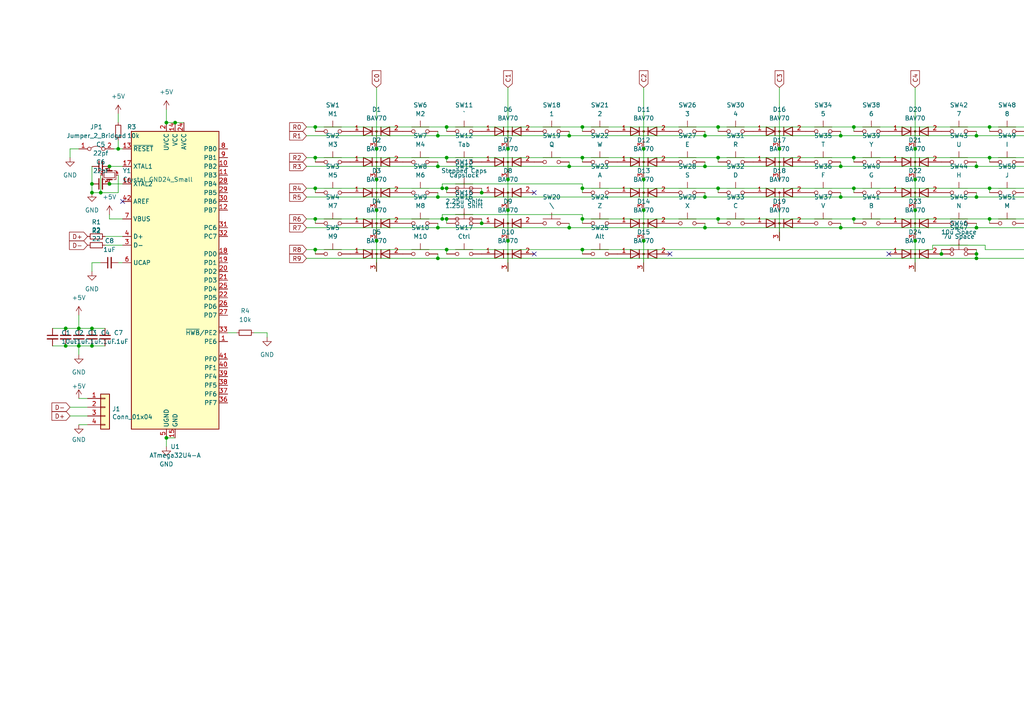
<source format=kicad_sch>
(kicad_sch (version 20210621) (generator eeschema)
  (paper "A4")
  (junction (at 19.05 95.25) (diameter 0.9144))
  (junction (at 19.05 100.33) (diameter 0.9144))
  (junction (at 22.86 95.25) (diameter 0.9144))
  (junction (at 22.86 100.33) (diameter 0.9144))
  (junction (at 26.67 53.34) (diameter 0.9144))
  (junction (at 26.67 55.88) (diameter 0.9144))
  (junction (at 26.67 95.25) (diameter 0.9144))
  (junction (at 26.67 100.33) (diameter 0.9144))
  (junction (at 29.21 55.88) (diameter 0.9144))
  (junction (at 31.75 48.26) (diameter 0.9144))
  (junction (at 31.75 53.34) (diameter 0.9144))
  (junction (at 34.29 43.18) (diameter 0.9144))
  (junction (at 48.26 35.56) (diameter 0.9144))
  (junction (at 48.26 127) (diameter 0.9144))
  (junction (at 50.8 35.56) (diameter 0.9144))
  (junction (at 91.44 36.83) (diameter 0.9144))
  (junction (at 91.44 45.72) (diameter 0.9144))
  (junction (at 91.44 54.61) (diameter 0.9144))
  (junction (at 91.44 63.5) (diameter 0.9144))
  (junction (at 91.44 72.39) (diameter 0.9144))
  (junction (at 109.22 43.18) (diameter 0.9144))
  (junction (at 109.22 52.07) (diameter 0.9144))
  (junction (at 109.22 60.96) (diameter 0.9144))
  (junction (at 109.22 69.85) (diameter 0.9144))
  (junction (at 127 39.37) (diameter 0.9144))
  (junction (at 127 48.26) (diameter 0.9144))
  (junction (at 127 57.15) (diameter 0.9144))
  (junction (at 127 66.04) (diameter 0.9144))
  (junction (at 127 74.93) (diameter 0.9144))
  (junction (at 128.27 54.61) (diameter 0.9144))
  (junction (at 128.27 63.5) (diameter 0.9144))
  (junction (at 129.54 36.83) (diameter 0.9144))
  (junction (at 129.54 45.72) (diameter 0.9144))
  (junction (at 129.54 54.61) (diameter 0.9144))
  (junction (at 129.54 63.5) (diameter 0.9144))
  (junction (at 129.54 72.39) (diameter 0.9144))
  (junction (at 139.7 55.88) (diameter 0.9144))
  (junction (at 139.7 64.77) (diameter 0.9144))
  (junction (at 147.32 43.18) (diameter 0.9144))
  (junction (at 147.32 52.07) (diameter 0.9144))
  (junction (at 147.32 60.96) (diameter 0.9144))
  (junction (at 147.32 69.85) (diameter 0.9144))
  (junction (at 165.1 39.37) (diameter 0.9144))
  (junction (at 165.1 48.26) (diameter 0.9144))
  (junction (at 165.1 66.04) (diameter 0.9144))
  (junction (at 168.91 36.83) (diameter 0.9144))
  (junction (at 168.91 45.72) (diameter 0.9144))
  (junction (at 168.91 54.61) (diameter 0.9144))
  (junction (at 168.91 63.5) (diameter 0.9144))
  (junction (at 168.91 72.39) (diameter 0.9144))
  (junction (at 186.69 43.18) (diameter 0.9144))
  (junction (at 186.69 52.07) (diameter 0.9144))
  (junction (at 186.69 60.96) (diameter 0.9144))
  (junction (at 186.69 69.85) (diameter 0.9144))
  (junction (at 204.47 39.37) (diameter 0.9144))
  (junction (at 204.47 48.26) (diameter 0.9144))
  (junction (at 204.47 57.15) (diameter 0.9144))
  (junction (at 204.47 66.04) (diameter 0.9144))
  (junction (at 208.28 36.83) (diameter 0.9144))
  (junction (at 208.28 45.72) (diameter 0.9144))
  (junction (at 208.28 54.61) (diameter 0.9144))
  (junction (at 208.28 63.5) (diameter 0.9144))
  (junction (at 226.06 43.18) (diameter 0.9144))
  (junction (at 243.84 39.37) (diameter 0.9144))
  (junction (at 243.84 48.26) (diameter 0.9144))
  (junction (at 243.84 57.15) (diameter 0.9144))
  (junction (at 243.84 66.04) (diameter 0.9144))
  (junction (at 247.65 36.83) (diameter 0.9144))
  (junction (at 247.65 45.72) (diameter 0.9144))
  (junction (at 247.65 54.61) (diameter 0.9144))
  (junction (at 247.65 63.5) (diameter 0.9144))
  (junction (at 265.43 43.18) (diameter 0.9144))
  (junction (at 265.43 52.07) (diameter 0.9144))
  (junction (at 265.43 60.96) (diameter 0.9144))
  (junction (at 265.43 69.85) (diameter 0.9144))
  (junction (at 273.05 73.66) (diameter 0.9144))
  (junction (at 283.21 39.37) (diameter 0.9144))
  (junction (at 283.21 48.26) (diameter 0.9144))
  (junction (at 283.21 57.15) (diameter 0.9144))
  (junction (at 283.21 66.04) (diameter 0.9144))
  (junction (at 283.21 73.66) (diameter 0.9144))
  (junction (at 283.21 74.93) (diameter 0.9144))
  (junction (at 287.02 36.83) (diameter 0.9144))
  (junction (at 287.02 45.72) (diameter 0.9144))
  (junction (at 287.02 54.61) (diameter 0.9144))
  (junction (at 287.02 63.5) (diameter 0.9144))
  (junction (at 304.8 43.18) (diameter 0.9144))
  (junction (at 304.8 52.07) (diameter 0.9144))
  (junction (at 322.58 39.37) (diameter 0.9144))
  (junction (at 322.58 48.26) (diameter 0.9144))
  (junction (at 322.58 57.15) (diameter 0.9144))
  (junction (at 322.58 66.04) (diameter 0.9144))
  (junction (at 326.39 36.83) (diameter 0.9144))
  (junction (at 326.39 45.72) (diameter 0.9144))
  (junction (at 326.39 54.61) (diameter 0.9144))
  (junction (at 326.39 63.5) (diameter 0.9144))
  (junction (at 344.17 43.18) (diameter 0.9144))
  (junction (at 344.17 52.07) (diameter 0.9144))
  (junction (at 344.17 60.96) (diameter 0.9144))
  (junction (at 344.17 69.85) (diameter 0.9144))
  (junction (at 361.95 39.37) (diameter 0.9144))
  (junction (at 361.95 48.26) (diameter 0.9144))
  (junction (at 361.95 74.93) (diameter 0.9144))
  (junction (at 365.76 36.83) (diameter 0.9144))
  (junction (at 365.76 45.72) (diameter 0.9144))
  (junction (at 365.76 54.61) (diameter 0.9144))
  (junction (at 365.76 63.5) (diameter 0.9144))
  (junction (at 375.92 63.5) (diameter 0.9144))
  (junction (at 375.92 64.77) (diameter 0.9144))
  (junction (at 383.54 43.18) (diameter 0.9144))
  (junction (at 383.54 52.07) (diameter 0.9144))
  (junction (at 383.54 60.96) (diameter 0.9144))
  (junction (at 401.32 39.37) (diameter 0.9144))
  (junction (at 405.13 36.83) (diameter 0.9144))
  (junction (at 405.13 45.72) (diameter 0.9144))
  (junction (at 405.13 63.5) (diameter 0.9144))
  (junction (at 405.13 72.39) (diameter 0.9144))
  (junction (at 415.29 38.1) (diameter 0.9144))
  (junction (at 422.91 43.18) (diameter 0.9144))
  (junction (at 422.91 52.07) (diameter 0.9144))
  (junction (at 422.91 60.96) (diameter 0.9144))
  (junction (at 422.91 69.85) (diameter 0.9144))
  (junction (at 440.69 39.37) (diameter 0.9144))
  (junction (at 440.69 48.26) (diameter 0.9144))
  (junction (at 440.69 74.93) (diameter 0.9144))
  (junction (at 462.28 43.18) (diameter 0.9144))
  (junction (at 462.28 52.07) (diameter 0.9144))
  (junction (at 462.28 69.85) (diameter 0.9144))
  (no_connect (at 35.56 58.42))
  (no_connect (at 154.94 55.88))
  (no_connect (at 154.94 73.66))
  (no_connect (at 194.31 73.66))
  (no_connect (at 257.81 73.66))
  (no_connect (at 336.55 73.66))
  (no_connect (at 391.16 46.99))
  (no_connect (at 391.16 55.88))
  (no_connect (at 391.16 64.77))
  (no_connect (at 430.53 55.88))
  (no_connect (at 430.53 64.77))
  (no_connect (at 469.9 64.77))
  (wire (pts (xy 15.24 100.33) (xy 19.05 100.33)))
  (wire (pts (xy 19.05 95.25) (xy 15.24 95.25)))
  (wire (pts (xy 19.05 100.33) (xy 22.86 100.33)))
  (wire (pts (xy 20.32 43.18) (xy 22.86 43.18)))
  (wire (pts (xy 20.32 45.72) (xy 20.32 43.18)))
  (wire (pts (xy 20.32 118.11) (xy 25.4 118.11)))
  (wire (pts (xy 20.32 120.65) (xy 25.4 120.65)))
  (wire (pts (xy 22.86 91.44) (xy 22.86 95.25)))
  (wire (pts (xy 22.86 95.25) (xy 19.05 95.25)))
  (wire (pts (xy 22.86 95.25) (xy 26.67 95.25)))
  (wire (pts (xy 22.86 100.33) (xy 22.86 102.87)))
  (wire (pts (xy 22.86 100.33) (xy 26.67 100.33)))
  (wire (pts (xy 22.86 115.57) (xy 25.4 115.57)))
  (wire (pts (xy 22.86 123.19) (xy 25.4 123.19)))
  (wire (pts (xy 26.67 48.26) (xy 26.67 53.34)))
  (wire (pts (xy 26.67 53.34) (xy 26.67 55.88)))
  (wire (pts (xy 26.67 76.2) (xy 29.21 76.2)))
  (wire (pts (xy 26.67 78.74) (xy 26.67 76.2)))
  (wire (pts (xy 26.67 95.25) (xy 30.48 95.25)))
  (wire (pts (xy 26.67 100.33) (xy 30.48 100.33)))
  (wire (pts (xy 29.21 50.8) (xy 29.21 55.88)))
  (wire (pts (xy 29.21 55.88) (xy 26.67 55.88)))
  (wire (pts (xy 30.48 68.58) (xy 35.56 68.58)))
  (wire (pts (xy 30.48 71.12) (xy 35.56 71.12)))
  (wire (pts (xy 31.75 48.26) (xy 35.56 48.26)))
  (wire (pts (xy 31.75 53.34) (xy 35.56 53.34)))
  (wire (pts (xy 31.75 62.23) (xy 31.75 63.5)))
  (wire (pts (xy 31.75 63.5) (xy 35.56 63.5)))
  (wire (pts (xy 33.02 43.18) (xy 34.29 43.18)))
  (wire (pts (xy 34.29 33.02) (xy 34.29 35.56)))
  (wire (pts (xy 34.29 40.64) (xy 34.29 43.18)))
  (wire (pts (xy 34.29 43.18) (xy 35.56 43.18)))
  (wire (pts (xy 34.29 50.8) (xy 34.29 55.88)))
  (wire (pts (xy 34.29 55.88) (xy 29.21 55.88)))
  (wire (pts (xy 34.29 76.2) (xy 35.56 76.2)))
  (wire (pts (xy 48.26 31.75) (xy 48.26 35.56)))
  (wire (pts (xy 48.26 35.56) (xy 50.8 35.56)))
  (wire (pts (xy 48.26 127) (xy 50.8 127)))
  (wire (pts (xy 48.26 129.54) (xy 48.26 127)))
  (wire (pts (xy 50.8 35.56) (xy 53.34 35.56)))
  (wire (pts (xy 66.04 96.52) (xy 68.58 96.52)))
  (wire (pts (xy 77.47 96.52) (xy 73.66 96.52)))
  (wire (pts (xy 77.47 97.79) (xy 77.47 96.52)))
  (wire (pts (xy 88.9 36.83) (xy 91.44 36.83)))
  (wire (pts (xy 88.9 39.37) (xy 127 39.37)))
  (wire (pts (xy 88.9 45.72) (xy 91.44 45.72)))
  (wire (pts (xy 88.9 48.26) (xy 127 48.26)))
  (wire (pts (xy 88.9 54.61) (xy 91.44 54.61)))
  (wire (pts (xy 88.9 57.15) (xy 127 57.15)))
  (wire (pts (xy 88.9 63.5) (xy 91.44 63.5)))
  (wire (pts (xy 88.9 66.04) (xy 127 66.04)))
  (wire (pts (xy 88.9 72.39) (xy 91.44 72.39)))
  (wire (pts (xy 88.9 74.93) (xy 127 74.93)))
  (wire (pts (xy 91.44 36.83) (xy 91.44 38.1)))
  (wire (pts (xy 91.44 36.83) (xy 129.54 36.83)))
  (wire (pts (xy 91.44 45.72) (xy 91.44 46.99)))
  (wire (pts (xy 91.44 45.72) (xy 129.54 45.72)))
  (wire (pts (xy 91.44 54.61) (xy 91.44 55.88)))
  (wire (pts (xy 91.44 54.61) (xy 128.27 54.61)))
  (wire (pts (xy 91.44 63.5) (xy 91.44 64.77)))
  (wire (pts (xy 91.44 63.5) (xy 128.27 63.5)))
  (wire (pts (xy 91.44 72.39) (xy 91.44 73.66)))
  (wire (pts (xy 91.44 72.39) (xy 129.54 72.39)))
  (wire (pts (xy 109.22 25.4) (xy 109.22 43.18)))
  (wire (pts (xy 109.22 43.18) (xy 109.22 52.07)))
  (wire (pts (xy 109.22 52.07) (xy 109.22 60.96)))
  (wire (pts (xy 109.22 60.96) (xy 109.22 69.85)))
  (wire (pts (xy 109.22 69.85) (xy 109.22 78.74)))
  (wire (pts (xy 127 38.1) (xy 127 39.37)))
  (wire (pts (xy 127 39.37) (xy 165.1 39.37)))
  (wire (pts (xy 127 48.26) (xy 127 46.99)))
  (wire (pts (xy 127 48.26) (xy 165.1 48.26)))
  (wire (pts (xy 127 57.15) (xy 127 55.88)))
  (wire (pts (xy 127 57.15) (xy 204.47 57.15)))
  (wire (pts (xy 127 66.04) (xy 127 64.77)))
  (wire (pts (xy 127 66.04) (xy 165.1 66.04)))
  (wire (pts (xy 127 74.93) (xy 127 73.66)))
  (wire (pts (xy 127 74.93) (xy 283.21 74.93)))
  (wire (pts (xy 128.27 53.34) (xy 168.91 53.34)))
  (wire (pts (xy 128.27 54.61) (xy 128.27 53.34)))
  (wire (pts (xy 128.27 54.61) (xy 129.54 54.61)))
  (wire (pts (xy 128.27 62.23) (xy 168.91 62.23)))
  (wire (pts (xy 128.27 63.5) (xy 128.27 62.23)))
  (wire (pts (xy 128.27 63.5) (xy 129.54 63.5)))
  (wire (pts (xy 129.54 36.83) (xy 129.54 38.1)))
  (wire (pts (xy 129.54 36.83) (xy 168.91 36.83)))
  (wire (pts (xy 129.54 45.72) (xy 129.54 46.99)))
  (wire (pts (xy 129.54 45.72) (xy 168.91 45.72)))
  (wire (pts (xy 129.54 54.61) (xy 129.54 55.88)))
  (wire (pts (xy 129.54 63.5) (xy 129.54 64.77)))
  (wire (pts (xy 129.54 72.39) (xy 129.54 73.66)))
  (wire (pts (xy 129.54 72.39) (xy 168.91 72.39)))
  (wire (pts (xy 139.7 54.61) (xy 139.7 55.88)))
  (wire (pts (xy 139.7 63.5) (xy 139.7 64.77)))
  (wire (pts (xy 147.32 25.4) (xy 147.32 43.18)))
  (wire (pts (xy 147.32 43.18) (xy 147.32 52.07)))
  (wire (pts (xy 147.32 52.07) (xy 147.32 60.96)))
  (wire (pts (xy 147.32 60.96) (xy 147.32 69.85)))
  (wire (pts (xy 147.32 69.85) (xy 147.32 78.74)))
  (wire (pts (xy 165.1 39.37) (xy 165.1 38.1)))
  (wire (pts (xy 165.1 39.37) (xy 204.47 39.37)))
  (wire (pts (xy 165.1 48.26) (xy 165.1 46.99)))
  (wire (pts (xy 165.1 48.26) (xy 204.47 48.26)))
  (wire (pts (xy 165.1 64.77) (xy 165.1 66.04)))
  (wire (pts (xy 165.1 66.04) (xy 204.47 66.04)))
  (wire (pts (xy 168.91 36.83) (xy 168.91 38.1)))
  (wire (pts (xy 168.91 36.83) (xy 208.28 36.83)))
  (wire (pts (xy 168.91 45.72) (xy 168.91 46.99)))
  (wire (pts (xy 168.91 45.72) (xy 208.28 45.72)))
  (wire (pts (xy 168.91 53.34) (xy 168.91 54.61)))
  (wire (pts (xy 168.91 54.61) (xy 168.91 55.88)))
  (wire (pts (xy 168.91 62.23) (xy 168.91 63.5)))
  (wire (pts (xy 168.91 63.5) (xy 168.91 64.77)))
  (wire (pts (xy 168.91 63.5) (xy 208.28 63.5)))
  (wire (pts (xy 168.91 72.39) (xy 168.91 73.66)))
  (wire (pts (xy 168.91 72.39) (xy 270.51 72.39)))
  (wire (pts (xy 186.69 25.4) (xy 186.69 43.18)))
  (wire (pts (xy 186.69 43.18) (xy 186.69 52.07)))
  (wire (pts (xy 186.69 52.07) (xy 186.69 60.96)))
  (wire (pts (xy 186.69 60.96) (xy 186.69 69.85)))
  (wire (pts (xy 186.69 69.85) (xy 186.69 78.74)))
  (wire (pts (xy 204.47 39.37) (xy 204.47 38.1)))
  (wire (pts (xy 204.47 39.37) (xy 243.84 39.37)))
  (wire (pts (xy 204.47 48.26) (xy 204.47 46.99)))
  (wire (pts (xy 204.47 48.26) (xy 243.84 48.26)))
  (wire (pts (xy 204.47 57.15) (xy 204.47 55.88)))
  (wire (pts (xy 204.47 57.15) (xy 243.84 57.15)))
  (wire (pts (xy 204.47 66.04) (xy 204.47 64.77)))
  (wire (pts (xy 204.47 66.04) (xy 243.84 66.04)))
  (wire (pts (xy 208.28 36.83) (xy 208.28 38.1)))
  (wire (pts (xy 208.28 36.83) (xy 247.65 36.83)))
  (wire (pts (xy 208.28 45.72) (xy 208.28 46.99)))
  (wire (pts (xy 208.28 45.72) (xy 247.65 45.72)))
  (wire (pts (xy 208.28 54.61) (xy 168.91 54.61)))
  (wire (pts (xy 208.28 54.61) (xy 247.65 54.61)))
  (wire (pts (xy 208.28 55.88) (xy 208.28 54.61)))
  (wire (pts (xy 208.28 63.5) (xy 208.28 64.77)))
  (wire (pts (xy 208.28 63.5) (xy 247.65 63.5)))
  (wire (pts (xy 226.06 25.4) (xy 226.06 43.18)))
  (wire (pts (xy 226.06 43.18) (xy 226.06 52.07)))
  (wire (pts (xy 226.06 60.96) (xy 226.06 69.85)))
  (wire (pts (xy 243.84 39.37) (xy 243.84 38.1)))
  (wire (pts (xy 243.84 39.37) (xy 283.21 39.37)))
  (wire (pts (xy 243.84 48.26) (xy 243.84 46.99)))
  (wire (pts (xy 243.84 48.26) (xy 283.21 48.26)))
  (wire (pts (xy 243.84 57.15) (xy 243.84 55.88)))
  (wire (pts (xy 243.84 57.15) (xy 283.21 57.15)))
  (wire (pts (xy 243.84 66.04) (xy 243.84 64.77)))
  (wire (pts (xy 243.84 66.04) (xy 283.21 66.04)))
  (wire (pts (xy 247.65 36.83) (xy 247.65 38.1)))
  (wire (pts (xy 247.65 36.83) (xy 287.02 36.83)))
  (wire (pts (xy 247.65 45.72) (xy 247.65 46.99)))
  (wire (pts (xy 247.65 45.72) (xy 287.02 45.72)))
  (wire (pts (xy 247.65 54.61) (xy 247.65 55.88)))
  (wire (pts (xy 247.65 54.61) (xy 287.02 54.61)))
  (wire (pts (xy 247.65 63.5) (xy 247.65 64.77)))
  (wire (pts (xy 247.65 63.5) (xy 287.02 63.5)))
  (wire (pts (xy 265.43 25.4) (xy 265.43 43.18)))
  (wire (pts (xy 265.43 43.18) (xy 265.43 52.07)))
  (wire (pts (xy 265.43 52.07) (xy 265.43 60.96)))
  (wire (pts (xy 265.43 60.96) (xy 265.43 69.85)))
  (wire (pts (xy 265.43 69.85) (xy 265.43 78.74)))
  (wire (pts (xy 270.51 71.12) (xy 285.75 71.12)))
  (wire (pts (xy 270.51 72.39) (xy 270.51 71.12)))
  (wire (pts (xy 273.05 72.39) (xy 273.05 73.66)))
  (wire (pts (xy 283.21 39.37) (xy 283.21 38.1)))
  (wire (pts (xy 283.21 39.37) (xy 322.58 39.37)))
  (wire (pts (xy 283.21 48.26) (xy 283.21 46.99)))
  (wire (pts (xy 283.21 48.26) (xy 322.58 48.26)))
  (wire (pts (xy 283.21 57.15) (xy 283.21 55.88)))
  (wire (pts (xy 283.21 57.15) (xy 322.58 57.15)))
  (wire (pts (xy 283.21 66.04) (xy 283.21 64.77)))
  (wire (pts (xy 283.21 66.04) (xy 322.58 66.04)))
  (wire (pts (xy 283.21 72.39) (xy 283.21 73.66)))
  (wire (pts (xy 283.21 73.66) (xy 283.21 74.93)))
  (wire (pts (xy 283.21 74.93) (xy 361.95 74.93)))
  (wire (pts (xy 285.75 71.12) (xy 285.75 72.39)))
  (wire (pts (xy 285.75 72.39) (xy 405.13 72.39)))
  (wire (pts (xy 287.02 36.83) (xy 287.02 38.1)))
  (wire (pts (xy 287.02 45.72) (xy 287.02 46.99)))
  (wire (pts (xy 287.02 45.72) (xy 326.39 45.72)))
  (wire (pts (xy 287.02 54.61) (xy 287.02 55.88)))
  (wire (pts (xy 287.02 54.61) (xy 326.39 54.61)))
  (wire (pts (xy 287.02 63.5) (xy 287.02 64.77)))
  (wire (pts (xy 287.02 63.5) (xy 326.39 63.5)))
  (wire (pts (xy 304.8 25.4) (xy 304.8 43.18)))
  (wire (pts (xy 304.8 43.18) (xy 304.8 52.07)))
  (wire (pts (xy 304.8 52.07) (xy 304.8 60.96)))
  (wire (pts (xy 322.58 39.37) (xy 322.58 38.1)))
  (wire (pts (xy 322.58 39.37) (xy 361.95 39.37)))
  (wire (pts (xy 322.58 48.26) (xy 322.58 46.99)))
  (wire (pts (xy 322.58 48.26) (xy 361.95 48.26)))
  (wire (pts (xy 322.58 57.15) (xy 322.58 55.88)))
  (wire (pts (xy 322.58 57.15) (xy 361.95 57.15)))
  (wire (pts (xy 322.58 66.04) (xy 322.58 64.77)))
  (wire (pts (xy 322.58 66.04) (xy 361.95 66.04)))
  (wire (pts (xy 326.39 36.83) (xy 287.02 36.83)))
  (wire (pts (xy 326.39 36.83) (xy 365.76 36.83)))
  (wire (pts (xy 326.39 38.1) (xy 326.39 36.83)))
  (wire (pts (xy 326.39 45.72) (xy 326.39 46.99)))
  (wire (pts (xy 326.39 45.72) (xy 365.76 45.72)))
  (wire (pts (xy 326.39 54.61) (xy 326.39 55.88)))
  (wire (pts (xy 326.39 54.61) (xy 365.76 54.61)))
  (wire (pts (xy 326.39 63.5) (xy 326.39 64.77)))
  (wire (pts (xy 326.39 63.5) (xy 365.76 63.5)))
  (wire (pts (xy 344.17 25.4) (xy 344.17 43.18)))
  (wire (pts (xy 344.17 43.18) (xy 344.17 52.07)))
  (wire (pts (xy 344.17 52.07) (xy 344.17 60.96)))
  (wire (pts (xy 344.17 60.96) (xy 344.17 69.85)))
  (wire (pts (xy 344.17 69.85) (xy 344.17 78.74)))
  (wire (pts (xy 361.95 39.37) (xy 361.95 38.1)))
  (wire (pts (xy 361.95 39.37) (xy 401.32 39.37)))
  (wire (pts (xy 361.95 48.26) (xy 361.95 46.99)))
  (wire (pts (xy 361.95 48.26) (xy 440.69 48.26)))
  (wire (pts (xy 361.95 57.15) (xy 361.95 55.88)))
  (wire (pts (xy 361.95 66.04) (xy 361.95 64.77)))
  (wire (pts (xy 361.95 74.93) (xy 361.95 73.66)))
  (wire (pts (xy 361.95 74.93) (xy 440.69 74.93)))
  (wire (pts (xy 365.76 36.83) (xy 365.76 38.1)))
  (wire (pts (xy 365.76 36.83) (xy 405.13 36.83)))
  (wire (pts (xy 365.76 45.72) (xy 365.76 46.99)))
  (wire (pts (xy 365.76 45.72) (xy 405.13 45.72)))
  (wire (pts (xy 365.76 54.61) (xy 365.76 55.88)))
  (wire (pts (xy 365.76 54.61) (xy 405.13 54.61)))
  (wire (pts (xy 365.76 63.5) (xy 365.76 64.77)))
  (wire (pts (xy 375.92 63.5) (xy 375.92 64.77)))
  (wire (pts (xy 383.54 25.4) (xy 383.54 43.18)))
  (wire (pts (xy 383.54 43.18) (xy 383.54 52.07)))
  (wire (pts (xy 383.54 52.07) (xy 383.54 60.96)))
  (wire (pts (xy 383.54 60.96) (xy 383.54 69.85)))
  (wire (pts (xy 401.32 39.37) (xy 401.32 38.1)))
  (wire (pts (xy 401.32 39.37) (xy 440.69 39.37)))
  (wire (pts (xy 405.13 35.56) (xy 444.5 35.56)))
  (wire (pts (xy 405.13 36.83) (xy 405.13 35.56)))
  (wire (pts (xy 405.13 36.83) (xy 405.13 38.1)))
  (wire (pts (xy 405.13 45.72) (xy 405.13 46.99)))
  (wire (pts (xy 405.13 45.72) (xy 444.5 45.72)))
  (wire (pts (xy 405.13 54.61) (xy 405.13 55.88)))
  (wire (pts (xy 405.13 63.5) (xy 375.92 63.5)))
  (wire (pts (xy 405.13 63.5) (xy 444.5 63.5)))
  (wire (pts (xy 405.13 64.77) (xy 405.13 63.5)))
  (wire (pts (xy 405.13 72.39) (xy 405.13 73.66)))
  (wire (pts (xy 405.13 72.39) (xy 444.5 72.39)))
  (wire (pts (xy 415.29 36.83) (xy 415.29 38.1)))
  (wire (pts (xy 422.91 25.4) (xy 422.91 43.18)))
  (wire (pts (xy 422.91 43.18) (xy 422.91 52.07)))
  (wire (pts (xy 422.91 52.07) (xy 422.91 60.96)))
  (wire (pts (xy 422.91 60.96) (xy 422.91 69.85)))
  (wire (pts (xy 422.91 69.85) (xy 422.91 78.74)))
  (wire (pts (xy 440.69 39.37) (xy 440.69 38.1)))
  (wire (pts (xy 440.69 39.37) (xy 480.06 39.37)))
  (wire (pts (xy 440.69 48.26) (xy 440.69 46.99)))
  (wire (pts (xy 440.69 48.26) (xy 480.06 48.26)))
  (wire (pts (xy 440.69 74.93) (xy 440.69 73.66)))
  (wire (pts (xy 440.69 74.93) (xy 480.06 74.93)))
  (wire (pts (xy 444.5 35.56) (xy 444.5 38.1)))
  (wire (pts (xy 444.5 45.72) (xy 444.5 46.99)))
  (wire (pts (xy 444.5 63.5) (xy 444.5 64.77)))
  (wire (pts (xy 444.5 72.39) (xy 444.5 73.66)))
  (wire (pts (xy 462.28 25.4) (xy 462.28 43.18)))
  (wire (pts (xy 462.28 43.18) (xy 462.28 52.07)))
  (wire (pts (xy 462.28 52.07) (xy 462.28 69.85)))
  (wire (pts (xy 462.28 69.85) (xy 462.28 78.74)))
  (wire (pts (xy 480.06 39.37) (xy 480.06 38.1)))
  (wire (pts (xy 480.06 48.26) (xy 480.06 46.99)))
  (wire (pts (xy 480.06 74.93) (xy 480.06 73.66)))
  (global_label "D-" (shape input) (at 20.32 118.11 180) (property "Intersheet References" "${INTERSHEET_REFS}" (effects hide)))
  (global_label "D+" (shape input) (at 20.32 120.65 180) (property "Intersheet References" "${INTERSHEET_REFS}" (effects hide)))
  (global_label "D+" (shape input) (at 25.4 68.58 180) (property "Intersheet References" "${INTERSHEET_REFS}" (effects hide)))
  (global_label "D-" (shape input) (at 25.4 71.12 180) (property "Intersheet References" "${INTERSHEET_REFS}" (effects hide)))
  (global_label "R0" (shape input) (at 88.9 36.83 180) (property "Intersheet References" "${INTERSHEET_REFS}" (effects hide)))
  (global_label "R1" (shape input) (at 88.9 39.37 180) (property "Intersheet References" "${INTERSHEET_REFS}" (effects hide)))
  (global_label "R2" (shape input) (at 88.9 45.72 180) (property "Intersheet References" "${INTERSHEET_REFS}" (effects hide)))
  (global_label "R3" (shape input) (at 88.9 48.26 180) (property "Intersheet References" "${INTERSHEET_REFS}" (effects hide)))
  (global_label "R4" (shape input) (at 88.9 54.61 180) (property "Intersheet References" "${INTERSHEET_REFS}" (effects hide)))
  (global_label "R5" (shape input) (at 88.9 57.15 180) (property "Intersheet References" "${INTERSHEET_REFS}" (effects hide)))
  (global_label "R6" (shape input) (at 88.9 63.5 180) (property "Intersheet References" "${INTERSHEET_REFS}" (effects hide)))
  (global_label "R7" (shape input) (at 88.9 66.04 180) (property "Intersheet References" "${INTERSHEET_REFS}" (effects hide)))
  (global_label "R8" (shape input) (at 88.9 72.39 180) (property "Intersheet References" "${INTERSHEET_REFS}" (effects hide)))
  (global_label "R9" (shape input) (at 88.9 74.93 180) (property "Intersheet References" "${INTERSHEET_REFS}" (effects hide)))
  (global_label "C0" (shape input) (at 109.22 25.4 90) (property "Intersheet References" "${INTERSHEET_REFS}" (effects hide)))
  (global_label "C1" (shape input) (at 147.32 25.4 90) (property "Intersheet References" "${INTERSHEET_REFS}" (effects hide)))
  (global_label "C2" (shape input) (at 186.69 25.4 90) (property "Intersheet References" "${INTERSHEET_REFS}" (effects hide)))
  (global_label "C3" (shape input) (at 226.06 25.4 90) (property "Intersheet References" "${INTERSHEET_REFS}" (effects hide)))
  (global_label "C4" (shape input) (at 265.43 25.4 90) (property "Intersheet References" "${INTERSHEET_REFS}" (effects hide)))
  (global_label "C5" (shape input) (at 304.8 25.4 90) (property "Intersheet References" "${INTERSHEET_REFS}" (effects hide)))
  (global_label "C6" (shape input) (at 344.17 25.4 90) (property "Intersheet References" "${INTERSHEET_REFS}" (effects hide)))
  (global_label "C7" (shape input) (at 383.54 25.4 90) (property "Intersheet References" "${INTERSHEET_REFS}" (effects hide)))
  (global_label "C8" (shape input) (at 422.91 25.4 90) (property "Intersheet References" "${INTERSHEET_REFS}" (effects hide)))
  (global_label "C9" (shape input) (at 462.28 25.4 90) (property "Intersheet References" "${INTERSHEET_REFS}" (effects hide)))
  (symbol (lib_id "power:+5V") (at 22.86 91.44 0) (unit 1)
    (property "Reference" "#PWR0107" (effects hide))
    (property "Value" "+5V" (at 22.86 86.36 0))
  )
  (symbol (lib_id "power:+5V") (at 22.86 115.57 0) (unit 1)
    (property "Reference" "#PWR0112" (effects hide))
    (property "Value" "+5V" (at 22.86 112.0226 0))
  )
  (symbol (lib_id "power:+5V") (at 31.75 62.23 0) (unit 1)
    (property "Reference" "#PWR0104" (effects hide))
    (property "Value" "+5V" (at 31.75 57.15 0))
  )
  (symbol (lib_id "power:+5V") (at 34.29 33.02 0) (unit 1)
    (property "Reference" "#PWR0102" (effects hide))
    (property "Value" "+5V" (at 34.29 27.94 0))
  )
  (symbol (lib_id "power:+5V") (at 48.26 31.75 0) (unit 1)
    (property "Reference" "#PWR0101" (effects hide))
    (property "Value" "+5V" (at 48.26 26.67 0))
  )
  (symbol (lib_id "power:GND") (at 20.32 45.72 0) (unit 1)
    (property "Reference" "#PWR0103" (effects hide))
    (property "Value" "GND" (at 20.32 50.8 0))
  )
  (symbol (lib_id "power:GND") (at 22.86 102.87 0) (unit 1)
    (property "Reference" "#PWR0110" (effects hide))
    (property "Value" "GND" (at 22.86 107.95 0))
  )
  (symbol (lib_id "power:GND") (at 22.86 123.19 0) (unit 1)
    (property "Reference" "#PWR0111" (effects hide))
    (property "Value" "GND" (at 22.86 127.5144 0))
  )
  (symbol (lib_id "power:GND") (at 26.67 55.88 0) (unit 1)
    (property "Reference" "#PWR0105" (effects hide))
    (property "Value" "GND" (at 26.67 60.96 0))
  )
  (symbol (lib_id "power:GND") (at 26.67 78.74 0) (unit 1)
    (property "Reference" "#PWR0106" (effects hide))
    (property "Value" "GND" (at 26.67 83.82 0))
  )
  (symbol (lib_id "power:GND") (at 48.26 129.54 0) (unit 1)
    (property "Reference" "#PWR0109" (effects hide))
    (property "Value" "GND" (at 48.26 134.62 0))
  )
  (symbol (lib_id "power:GND") (at 77.47 97.79 0) (unit 1)
    (property "Reference" "#PWR0108" (effects hide))
    (property "Value" "GND" (at 77.47 102.87 0))
  )
  (symbol (lib_id "Device:R_Small") (at 27.94 68.58 90) (unit 1)
    (property "Reference" "R1" (at 27.94 64.4102 90))
    (property "Value" "22" (at 27.94 66.7089 90))
    (property "Footprint" "keeb:R_0805_2012Metric" (effects hide))
  )
  (symbol (lib_id "Device:R_Small") (at 27.94 71.12 90) (unit 1)
    (property "Reference" "R2" (at 27.94 66.9502 90))
    (property "Value" "22" (at 27.94 69.2489 90))
    (property "Footprint" "keeb:R_0805_2012Metric" (effects hide))
  )
  (symbol (lib_id "Device:R_Small") (at 34.29 38.1 0) (unit 1)
    (property "Reference" "R3" (at 36.83 36.8299 0) (effects (justify left)))
    (property "Value" "10k" (at 36.83 39.3699 0) (effects (justify left)))
  )
  (symbol (lib_id "Device:R_Small") (at 71.12 96.52 90) (unit 1)
    (property "Reference" "R4" (at 71.12 90.17 90))
    (property "Value" "10k" (at 71.12 92.71 90))
  )
  (symbol (lib_id "Jumper:Jumper_2_Bridged") (at 27.94 43.18 0) (unit 1)
    (property "Reference" "JP1" (at 27.94 36.83 0))
    (property "Value" "Jumper_2_Bridged" (at 27.94 39.37 0))
  )
  (symbol (lib_id "Device:C_Small") (at 15.24 97.79 0) (unit 1)
    (property "Reference" "C1" (at 17.78 96.5199 0) (effects (justify left)))
    (property "Value" "10uF" (at 17.78 99.0599 0) (effects (justify left)))
    (property "Footprint" "keeb:C_0805_2012Metric" (effects hide))
  )
  (symbol (lib_id "Device:C_Small") (at 19.05 97.79 0) (unit 1)
    (property "Reference" "C2" (at 21.59 96.5199 0) (effects (justify left)))
    (property "Value" ".1uF" (at 21.59 99.0599 0) (effects (justify left)))
    (property "Footprint" "keeb:C_0805_2012Metric" (effects hide))
  )
  (symbol (lib_id "Device:C_Small") (at 22.86 97.79 0) (unit 1)
    (property "Reference" "C3" (at 25.4 96.5199 0) (effects (justify left)))
    (property "Value" ".1uF" (at 25.4 99.0599 0) (effects (justify left)))
    (property "Footprint" "keeb:C_0805_2012Metric" (effects hide))
  )
  (symbol (lib_id "Device:C_Small") (at 26.67 97.79 0) (unit 1)
    (property "Reference" "C4" (at 29.21 96.5199 0) (effects (justify left)))
    (property "Value" ".1uF" (at 29.21 99.0599 0) (effects (justify left)))
    (property "Footprint" "keeb:C_0805_2012Metric" (effects hide))
  )
  (symbol (lib_id "Device:C_Small") (at 29.21 48.26 90) (unit 1)
    (property "Reference" "C5" (at 29.21 41.91 90))
    (property "Value" "22pf" (at 29.21 44.45 90))
  )
  (symbol (lib_id "Device:C_Small") (at 29.21 53.34 90) (unit 1)
    (property "Reference" "C6" (at 29.21 46.99 90))
    (property "Value" "22pf" (at 29.21 49.53 90))
  )
  (symbol (lib_id "Device:C_Small") (at 30.48 97.79 0) (unit 1)
    (property "Reference" "C7" (at 33.02 96.5199 0) (effects (justify left)))
    (property "Value" ".1uF" (at 33.02 99.0599 0) (effects (justify left)))
    (property "Footprint" "keeb:C_0805_2012Metric" (effects hide))
  )
  (symbol (lib_id "Device:C_Small") (at 31.75 76.2 90) (unit 1)
    (property "Reference" "C8" (at 31.75 69.85 90))
    (property "Value" "1uF" (at 31.75 72.39 90))
  )
  (symbol (lib_id "Device:Crystal_GND24_Small") (at 31.75 50.8 270) (unit 1)
    (property "Reference" "Y1" (at 35.56 49.5299 90) (effects (justify left)))
    (property "Value" "Crystal_GND24_Small" (at 35.56 52.0699 90) (effects (justify left)))
  )
  (symbol (lib_id "Switch:SW_Push") (at 96.52 38.1 0) (unit 1)
    (property "Reference" "SW1" (at 96.52 30.48 0))
    (property "Value" "M1" (at 96.52 33.02 0))
  )
  (symbol (lib_id "Switch:SW_Push") (at 96.52 46.99 0) (unit 1)
    (property "Reference" "SW2" (at 96.52 39.37 0))
    (property "Value" "M3" (at 96.52 41.91 0))
  )
  (symbol (lib_id "Switch:SW_Push") (at 96.52 55.88 0) (unit 1)
    (property "Reference" "SW3" (at 96.52 48.26 0))
    (property "Value" "M5" (at 96.52 50.8 0))
  )
  (symbol (lib_id "Switch:SW_Push") (at 96.52 64.77 0) (unit 1)
    (property "Reference" "SW4" (at 96.52 57.15 0))
    (property "Value" "M7" (at 96.52 59.69 0))
  )
  (symbol (lib_id "Switch:SW_Push") (at 96.52 73.66 0) (unit 1)
    (property "Reference" "SW5" (at 96.52 66.04 0))
    (property "Value" "M9" (at 96.52 68.58 0))
  )
  (symbol (lib_id "Switch:SW_Push") (at 121.92 38.1 0) (unit 1)
    (property "Reference" "SW6" (at 121.92 30.48 0))
    (property "Value" "M2" (at 121.92 33.02 0))
  )
  (symbol (lib_id "Switch:SW_Push") (at 121.92 46.99 0) (unit 1)
    (property "Reference" "SW7" (at 121.92 39.37 0))
    (property "Value" "M4" (at 121.92 41.91 0))
  )
  (symbol (lib_id "Switch:SW_Push") (at 121.92 55.88 0) (unit 1)
    (property "Reference" "SW8" (at 121.92 48.26 0))
    (property "Value" "M6" (at 121.92 50.8 0))
  )
  (symbol (lib_id "Switch:SW_Push") (at 121.92 64.77 0) (unit 1)
    (property "Reference" "SW9" (at 121.92 57.15 0))
    (property "Value" "M8" (at 121.92 59.69 0))
  )
  (symbol (lib_id "Switch:SW_Push") (at 121.92 73.66 0) (unit 1)
    (property "Reference" "SW10" (at 121.92 66.04 0))
    (property "Value" "M10" (at 121.92 68.58 0))
  )
  (symbol (lib_id "Switch:SW_Push") (at 134.62 38.1 0) (unit 1)
    (property "Reference" "SW11" (at 134.62 30.48 0))
    (property "Value" "`" (at 134.62 33.02 0))
  )
  (symbol (lib_id "Switch:SW_Push") (at 134.62 46.99 0) (unit 1)
    (property "Reference" "SW12" (at 134.62 39.37 0))
    (property "Value" "Tab" (at 134.62 41.91 0))
  )
  (symbol (lib_id "Switch:SW_Push") (at 134.62 54.61 0) (unit 1)
    (property "Reference" "SW13" (at 134.62 46.99 0))
    (property "Value" "Stepped Caps" (at 134.62 49.53 0))
  )
  (symbol (lib_id "Switch:SW_Push") (at 134.62 55.88 0) (unit 1)
    (property "Reference" "SW14" (at 134.62 48.26 0))
    (property "Value" "Capslock" (at 134.62 50.8 0))
  )
  (symbol (lib_id "Switch:SW_Push") (at 134.62 63.5 0) (unit 1)
    (property "Reference" "SW15" (at 134.62 55.88 0))
    (property "Value" "2.25u Shift" (at 134.62 58.42 0))
  )
  (symbol (lib_id "Switch:SW_Push") (at 134.62 64.77 0) (unit 1)
    (property "Reference" "SW16" (at 134.62 57.15 0))
    (property "Value" "1.25u Shift" (at 134.62 59.69 0))
  )
  (symbol (lib_id "Switch:SW_Push") (at 134.62 73.66 0) (unit 1)
    (property "Reference" "SW17" (at 134.62 66.04 0))
    (property "Value" "Ctrl" (at 134.62 68.58 0))
  )
  (symbol (lib_id "Switch:SW_Push") (at 160.02 38.1 0) (unit 1)
    (property "Reference" "SW18" (at 160.02 30.48 0))
    (property "Value" "1" (at 160.02 33.02 0))
  )
  (symbol (lib_id "Switch:SW_Push") (at 160.02 46.99 0) (unit 1)
    (property "Reference" "SW19" (at 160.02 39.37 0))
    (property "Value" "Q" (at 160.02 41.91 0))
  )
  (symbol (lib_id "Switch:SW_Push") (at 160.02 64.77 0) (unit 1)
    (property "Reference" "SW20" (at 160.02 57.15 0))
    (property "Value" "{backslash}" (at 160.02 59.69 0))
  )
  (symbol (lib_id "Switch:SW_Push") (at 173.99 38.1 0) (unit 1)
    (property "Reference" "SW21" (at 173.99 30.48 0))
    (property "Value" "2" (at 173.99 33.02 0))
  )
  (symbol (lib_id "Switch:SW_Push") (at 173.99 46.99 0) (unit 1)
    (property "Reference" "SW22" (at 173.99 39.37 0))
    (property "Value" "W" (at 173.99 41.91 0))
  )
  (symbol (lib_id "Switch:SW_Push") (at 173.99 55.88 0) (unit 1)
    (property "Reference" "SW23" (at 173.99 48.26 0))
    (property "Value" "A" (at 173.99 50.8 0))
  )
  (symbol (lib_id "Switch:SW_Push") (at 173.99 64.77 0) (unit 1)
    (property "Reference" "SW24" (at 173.99 57.15 0))
    (property "Value" "Z" (at 173.99 59.69 0))
  )
  (symbol (lib_id "Switch:SW_Push") (at 173.99 73.66 0) (unit 1)
    (property "Reference" "SW25" (at 173.99 66.04 0))
    (property "Value" "Alt" (at 173.99 68.58 0))
  )
  (symbol (lib_id "Switch:SW_Push") (at 199.39 38.1 0) (unit 1)
    (property "Reference" "SW26" (at 199.39 30.48 0))
    (property "Value" "3" (at 199.39 33.02 0))
  )
  (symbol (lib_id "Switch:SW_Push") (at 199.39 46.99 0) (unit 1)
    (property "Reference" "SW27" (at 199.39 39.37 0))
    (property "Value" "E" (at 199.39 41.91 0))
  )
  (symbol (lib_id "Switch:SW_Push") (at 199.39 55.88 0) (unit 1)
    (property "Reference" "SW28" (at 199.39 48.26 0))
    (property "Value" "S" (at 199.39 50.8 0))
  )
  (symbol (lib_id "Switch:SW_Push") (at 199.39 64.77 0) (unit 1)
    (property "Reference" "SW29" (at 199.39 57.15 0))
    (property "Value" "X" (at 199.39 59.69 0))
  )
  (symbol (lib_id "Switch:SW_Push") (at 213.36 38.1 0) (unit 1)
    (property "Reference" "SW30" (at 213.36 30.48 0))
    (property "Value" "4" (at 213.36 33.02 0))
  )
  (symbol (lib_id "Switch:SW_Push") (at 213.36 46.99 0) (unit 1)
    (property "Reference" "SW31" (at 213.36 39.37 0))
    (property "Value" "R" (at 213.36 41.91 0))
  )
  (symbol (lib_id "Switch:SW_Push") (at 213.36 55.88 0) (unit 1)
    (property "Reference" "SW32" (at 213.36 48.26 0))
    (property "Value" "D" (at 213.36 50.8 0))
  )
  (symbol (lib_id "Switch:SW_Push") (at 213.36 64.77 0) (unit 1)
    (property "Reference" "SW33" (at 213.36 57.15 0))
    (property "Value" "C" (at 213.36 59.69 0))
  )
  (symbol (lib_id "Switch:SW_Push") (at 238.76 38.1 0) (unit 1)
    (property "Reference" "SW34" (at 238.76 30.48 0))
    (property "Value" "5" (at 238.76 33.02 0))
  )
  (symbol (lib_id "Switch:SW_Push") (at 238.76 46.99 0) (unit 1)
    (property "Reference" "SW35" (at 238.76 39.37 0))
    (property "Value" "T" (at 238.76 41.91 0))
  )
  (symbol (lib_id "Switch:SW_Push") (at 238.76 55.88 0) (unit 1)
    (property "Reference" "SW36" (at 238.76 48.26 0))
    (property "Value" "F" (at 238.76 50.8 0))
  )
  (symbol (lib_id "Switch:SW_Push") (at 238.76 64.77 0) (unit 1)
    (property "Reference" "SW37" (at 238.76 57.15 0))
    (property "Value" "V" (at 238.76 59.69 0))
  )
  (symbol (lib_id "Switch:SW_Push") (at 252.73 38.1 0) (unit 1)
    (property "Reference" "SW38" (at 252.73 30.48 0))
    (property "Value" "6" (at 252.73 33.02 0))
  )
  (symbol (lib_id "Switch:SW_Push") (at 252.73 46.99 0) (unit 1)
    (property "Reference" "SW39" (at 252.73 39.37 0))
    (property "Value" "Y" (at 252.73 41.91 0))
  )
  (symbol (lib_id "Switch:SW_Push") (at 252.73 55.88 0) (unit 1)
    (property "Reference" "SW40" (at 252.73 48.26 0))
    (property "Value" "G" (at 252.73 50.8 0))
  )
  (symbol (lib_id "Switch:SW_Push") (at 252.73 64.77 0) (unit 1)
    (property "Reference" "SW41" (at 252.73 57.15 0))
    (property "Value" "B" (at 252.73 59.69 0))
  )
  (symbol (lib_id "Switch:SW_Push") (at 278.13 38.1 0) (unit 1)
    (property "Reference" "SW42" (at 278.13 30.48 0))
    (property "Value" "7" (at 278.13 33.02 0))
  )
  (symbol (lib_id "Switch:SW_Push") (at 278.13 46.99 0) (mirror y) (unit 1)
    (property "Reference" "SW43" (at 278.13 39.37 0))
    (property "Value" "U" (at 278.13 41.91 0))
  )
  (symbol (lib_id "Switch:SW_Push") (at 278.13 55.88 0) (unit 1)
    (property "Reference" "SW44" (at 278.13 48.26 0))
    (property "Value" "H" (at 278.13 50.8 0))
  )
  (symbol (lib_id "Switch:SW_Push") (at 278.13 64.77 0) (unit 1)
    (property "Reference" "SW45" (at 278.13 57.15 0))
    (property "Value" "N" (at 278.13 59.69 0))
  )
  (symbol (lib_id "Switch:SW_Push") (at 278.13 72.39 0) (unit 1)
    (property "Reference" "SW46" (at 278.13 64.77 0))
    (property "Value" "10u Space" (at 278.13 67.31 0))
  )
  (symbol (lib_id "Switch:SW_Push") (at 278.13 73.66 0) (unit 1)
    (property "Reference" "SW47" (at 278.13 66.04 0))
    (property "Value" "7u Space" (at 278.13 68.58 0))
  )
  (symbol (lib_id "Switch:SW_Push") (at 292.1 38.1 0) (unit 1)
    (property "Reference" "SW48" (at 292.1 30.48 0))
    (property "Value" "8" (at 292.1 33.02 0))
  )
  (symbol (lib_id "Switch:SW_Push") (at 292.1 46.99 0) (unit 1)
    (property "Reference" "SW49" (at 292.1 39.37 0))
    (property "Value" "I" (at 292.1 41.91 0))
  )
  (symbol (lib_id "Switch:SW_Push") (at 292.1 55.88 0) (unit 1)
    (property "Reference" "SW50" (at 292.1 48.26 0))
    (property "Value" "J" (at 292.1 50.8 0))
  )
  (symbol (lib_id "Switch:SW_Push") (at 292.1 64.77 0) (unit 1)
    (property "Reference" "SW51" (at 292.1 57.15 0))
    (property "Value" "M" (at 292.1 59.69 0))
  )
  (symbol (lib_id "Switch:SW_Push") (at 317.5 38.1 0) (unit 1)
    (property "Reference" "SW52" (at 317.5 30.48 0))
    (property "Value" "9" (at 317.5 33.02 0))
  )
  (symbol (lib_id "Switch:SW_Push") (at 317.5 46.99 0) (unit 1)
    (property "Reference" "SW53" (at 317.5 39.37 0))
    (property "Value" "O" (at 317.5 41.91 0))
  )
  (symbol (lib_id "Switch:SW_Push") (at 317.5 55.88 0) (unit 1)
    (property "Reference" "SW54" (at 317.5 48.26 0))
    (property "Value" "K" (at 317.5 50.8 0))
  )
  (symbol (lib_id "Switch:SW_Push") (at 317.5 64.77 0) (unit 1)
    (property "Reference" "SW55" (at 317.5 57.15 0))
    (property "Value" "," (at 317.5 59.69 0))
  )
  (symbol (lib_id "Switch:SW_Push") (at 331.47 38.1 0) (unit 1)
    (property "Reference" "SW56" (at 331.47 30.48 0))
    (property "Value" "0" (at 331.47 33.02 0))
  )
  (symbol (lib_id "Switch:SW_Push") (at 331.47 46.99 0) (unit 1)
    (property "Reference" "SW57" (at 331.47 39.37 0))
    (property "Value" "P" (at 331.47 41.91 0))
  )
  (symbol (lib_id "Switch:SW_Push") (at 331.47 55.88 0) (unit 1)
    (property "Reference" "SW58" (at 331.47 48.26 0))
    (property "Value" "L" (at 331.47 50.8 0))
  )
  (symbol (lib_id "Switch:SW_Push") (at 331.47 64.77 0) (unit 1)
    (property "Reference" "SW59" (at 331.47 57.15 0))
    (property "Value" "." (at 331.47 59.69 0))
  )
  (symbol (lib_id "Switch:SW_Push") (at 356.87 38.1 0) (unit 1)
    (property "Reference" "SW60" (at 356.87 30.48 0))
    (property "Value" "-" (at 356.87 33.02 0))
  )
  (symbol (lib_id "Switch:SW_Push") (at 356.87 46.99 0) (unit 1)
    (property "Reference" "SW61" (at 356.87 39.37 0))
    (property "Value" "[" (at 356.87 41.91 0))
  )
  (symbol (lib_id "Switch:SW_Push") (at 356.87 55.88 0) (unit 1)
    (property "Reference" "SW62" (at 356.87 48.26 0))
    (property "Value" ";" (at 356.87 50.8 0))
  )
  (symbol (lib_id "Switch:SW_Push") (at 356.87 64.77 0) (unit 1)
    (property "Reference" "SW63" (at 356.87 57.15 0))
    (property "Value" "{slash}" (at 356.87 59.69 0))
  )
  (symbol (lib_id "Switch:SW_Push") (at 356.87 73.66 0) (unit 1)
    (property "Reference" "SW64" (at 356.87 66.04 0))
    (property "Value" "Alt" (at 356.87 68.58 0))
  )
  (symbol (lib_id "Switch:SW_Push") (at 370.84 38.1 0) (unit 1)
    (property "Reference" "SW65" (at 370.84 30.48 0))
    (property "Value" "=" (at 370.84 33.02 0))
  )
  (symbol (lib_id "Switch:SW_Push") (at 370.84 46.99 0) (unit 1)
    (property "Reference" "SW66" (at 370.84 39.37 0))
    (property "Value" "]" (at 370.84 41.91 0))
  )
  (symbol (lib_id "Switch:SW_Push") (at 370.84 55.88 0) (unit 1)
    (property "Reference" "SW67" (at 370.84 48.26 0))
    (property "Value" "'" (at 370.84 50.8 0))
  )
  (symbol (lib_id "Switch:SW_Push") (at 370.84 63.5 0) (unit 1)
    (property "Reference" "SW68" (at 370.84 55.88 0))
    (property "Value" "2.75u Shift" (at 370.84 58.42 0))
  )
  (symbol (lib_id "Switch:SW_Push") (at 370.84 64.77 0) (unit 1)
    (property "Reference" "SW69" (at 370.84 57.15 0))
    (property "Value" "1.75u Shift" (at 370.84 59.69 0))
  )
  (symbol (lib_id "Switch:SW_Push") (at 396.24 38.1 0) (unit 1)
    (property "Reference" "SW70" (at 396.24 30.48 0))
    (property "Value" "{backslash}" (at 396.24 33.02 0))
  )
  (symbol (lib_id "Switch:SW_Push") (at 410.21 36.83 0) (unit 1)
    (property "Reference" "SW71" (at 410.21 29.21 0))
    (property "Value" "2u Back" (at 410.21 31.75 0))
  )
  (symbol (lib_id "Switch:SW_Push") (at 410.21 38.1 0) (unit 1)
    (property "Reference" "SW72" (at 410.21 30.48 0))
    (property "Value" "1u Back" (at 410.21 33.02 0))
  )
  (symbol (lib_id "Switch:SW_Push") (at 410.21 46.99 0) (unit 1)
    (property "Reference" "SW73" (at 410.21 39.37 0))
    (property "Value" "{backslash}" (at 410.21 41.91 0))
  )
  (symbol (lib_id "Switch:SW_Push") (at 410.21 55.88 0) (unit 1)
    (property "Reference" "SW74" (at 410.21 48.26 0))
    (property "Value" "Enter" (at 410.21 50.8 0))
  )
  (symbol (lib_id "Switch:SW_Push") (at 410.21 64.77 0) (unit 1)
    (property "Reference" "SW75" (at 410.21 57.15 0))
    (property "Value" "Fn" (at 410.21 59.69 0))
  )
  (symbol (lib_id "Switch:SW_Push") (at 410.21 73.66 0) (unit 1)
    (property "Reference" "SW76" (at 410.21 66.04 0))
    (property "Value" "Ctrl" (at 410.21 68.58 0))
  )
  (symbol (lib_id "Switch:SW_Push") (at 435.61 38.1 0) (unit 1)
    (property "Reference" "SW77" (at 435.61 30.48 0))
    (property "Value" "Insert" (at 435.61 33.02 0))
  )
  (symbol (lib_id "Switch:SW_Push") (at 435.61 46.99 0) (unit 1)
    (property "Reference" "SW78" (at 435.61 39.37 0))
    (property "Value" "Delete" (at 435.61 41.91 0))
  )
  (symbol (lib_id "Switch:SW_Push") (at 435.61 73.66 0) (unit 1)
    (property "Reference" "SW79" (at 435.61 66.04 0))
    (property "Value" "Left" (at 435.61 68.58 0))
  )
  (symbol (lib_id "Switch:SW_Push") (at 449.58 38.1 0) (unit 1)
    (property "Reference" "SW80" (at 449.58 30.48 0))
    (property "Value" "Home" (at 449.58 33.02 0))
  )
  (symbol (lib_id "Switch:SW_Push") (at 449.58 46.99 0) (unit 1)
    (property "Reference" "SW81" (at 449.58 39.37 0))
    (property "Value" "End" (at 449.58 41.91 0))
  )
  (symbol (lib_id "Switch:SW_Push") (at 449.58 64.77 0) (unit 1)
    (property "Reference" "SW82" (at 449.58 57.15 0))
    (property "Value" "Up" (at 449.58 59.69 0))
  )
  (symbol (lib_id "Switch:SW_Push") (at 449.58 73.66 0) (unit 1)
    (property "Reference" "SW83" (at 449.58 66.04 0))
    (property "Value" "Down" (at 449.58 68.58 0))
  )
  (symbol (lib_id "Switch:SW_Push") (at 474.98 38.1 0) (unit 1)
    (property "Reference" "SW84" (at 474.98 30.48 0))
    (property "Value" "PgUp" (at 474.98 33.02 0))
  )
  (symbol (lib_id "Switch:SW_Push") (at 474.98 46.99 0) (unit 1)
    (property "Reference" "SW85" (at 474.98 39.37 0))
    (property "Value" "PgDn" (at 474.98 41.91 0))
  )
  (symbol (lib_id "Switch:SW_Push") (at 474.98 73.66 0) (unit 1)
    (property "Reference" "SW86" (at 474.98 66.04 0))
    (property "Value" "Right" (at 474.98 68.58 0))
  )
  (symbol (lib_id "Connector_Generic:Conn_01x04") (at 30.48 118.11 0) (unit 1)
    (property "Reference" "J1" (at 32.5121 118.6191 0) (effects (justify left)))
    (property "Value" "Conn_01x04" (at 32.5121 120.9178 0) (effects (justify left)))
    (property "Footprint" "keeb:JST-SR-4" (effects hide))
  )
  (symbol (lib_id "Diode:BAV70") (at 109.22 38.1 0) (unit 1)
    (property "Reference" "D1" (at 109.22 31.75 0))
    (property "Value" "BAV70" (at 109.22 34.29 0))
    (property "Footprint" "Package_TO_SOT_SMD:SOT-23" (effects hide))
    (property "Datasheet" "https://assets.nexperia.com/documents/data-sheet/BAV70_SER.pdf" (effects hide))
  )
  (symbol (lib_id "Diode:BAV70") (at 109.22 46.99 0) (unit 1)
    (property "Reference" "D2" (at 109.22 40.64 0))
    (property "Value" "BAV70" (at 109.22 43.18 0))
    (property "Footprint" "Package_TO_SOT_SMD:SOT-23" (effects hide))
    (property "Datasheet" "https://assets.nexperia.com/documents/data-sheet/BAV70_SER.pdf" (effects hide))
  )
  (symbol (lib_id "Diode:BAV70") (at 109.22 55.88 0) (unit 1)
    (property "Reference" "D3" (at 109.22 49.53 0))
    (property "Value" "BAV70" (at 109.22 52.07 0))
    (property "Footprint" "Package_TO_SOT_SMD:SOT-23" (effects hide))
    (property "Datasheet" "https://assets.nexperia.com/documents/data-sheet/BAV70_SER.pdf" (effects hide))
  )
  (symbol (lib_id "Diode:BAV70") (at 109.22 64.77 0) (unit 1)
    (property "Reference" "D4" (at 109.22 58.42 0))
    (property "Value" "BAV70" (at 109.22 60.96 0))
    (property "Footprint" "Package_TO_SOT_SMD:SOT-23" (effects hide))
    (property "Datasheet" "https://assets.nexperia.com/documents/data-sheet/BAV70_SER.pdf" (effects hide))
  )
  (symbol (lib_id "Diode:BAV70") (at 109.22 73.66 0) (unit 1)
    (property "Reference" "D5" (at 109.22 67.31 0))
    (property "Value" "BAV70" (at 109.22 69.85 0))
    (property "Footprint" "Package_TO_SOT_SMD:SOT-23" (effects hide))
    (property "Datasheet" "https://assets.nexperia.com/documents/data-sheet/BAV70_SER.pdf" (effects hide))
  )
  (symbol (lib_id "Diode:BAV70") (at 147.32 38.1 0) (unit 1)
    (property "Reference" "D6" (at 147.32 31.75 0))
    (property "Value" "BAV70" (at 147.32 34.29 0))
    (property "Footprint" "Package_TO_SOT_SMD:SOT-23" (effects hide))
    (property "Datasheet" "https://assets.nexperia.com/documents/data-sheet/BAV70_SER.pdf" (effects hide))
  )
  (symbol (lib_id "Diode:BAV70") (at 147.32 46.99 0) (unit 1)
    (property "Reference" "D7" (at 147.32 40.64 0))
    (property "Value" "BAV70" (at 147.32 43.18 0))
    (property "Footprint" "Package_TO_SOT_SMD:SOT-23" (effects hide))
    (property "Datasheet" "https://assets.nexperia.com/documents/data-sheet/BAV70_SER.pdf" (effects hide))
  )
  (symbol (lib_id "Diode:BAV70") (at 147.32 55.88 0) (unit 1)
    (property "Reference" "D8" (at 147.32 49.53 0))
    (property "Value" "BAV70" (at 147.32 52.07 0))
    (property "Footprint" "Package_TO_SOT_SMD:SOT-23" (effects hide))
    (property "Datasheet" "https://assets.nexperia.com/documents/data-sheet/BAV70_SER.pdf" (effects hide))
  )
  (symbol (lib_id "Diode:BAV70") (at 147.32 64.77 0) (unit 1)
    (property "Reference" "D9" (at 147.32 58.42 0))
    (property "Value" "BAV70" (at 147.32 60.96 0))
    (property "Footprint" "Package_TO_SOT_SMD:SOT-23" (effects hide))
    (property "Datasheet" "https://assets.nexperia.com/documents/data-sheet/BAV70_SER.pdf" (effects hide))
  )
  (symbol (lib_id "Diode:BAV70") (at 147.32 73.66 0) (unit 1)
    (property "Reference" "D10" (at 147.32 67.31 0))
    (property "Value" "BAV70" (at 147.32 69.85 0))
    (property "Footprint" "Package_TO_SOT_SMD:SOT-23" (effects hide))
    (property "Datasheet" "https://assets.nexperia.com/documents/data-sheet/BAV70_SER.pdf" (effects hide))
  )
  (symbol (lib_id "Diode:BAV70") (at 186.69 38.1 0) (unit 1)
    (property "Reference" "D11" (at 186.69 31.75 0))
    (property "Value" "BAV70" (at 186.69 34.29 0))
    (property "Footprint" "Package_TO_SOT_SMD:SOT-23" (effects hide))
    (property "Datasheet" "https://assets.nexperia.com/documents/data-sheet/BAV70_SER.pdf" (effects hide))
  )
  (symbol (lib_id "Diode:BAV70") (at 186.69 46.99 0) (unit 1)
    (property "Reference" "D12" (at 186.69 40.64 0))
    (property "Value" "BAV70" (at 186.69 43.18 0))
    (property "Footprint" "Package_TO_SOT_SMD:SOT-23" (effects hide))
    (property "Datasheet" "https://assets.nexperia.com/documents/data-sheet/BAV70_SER.pdf" (effects hide))
  )
  (symbol (lib_id "Diode:BAV70") (at 186.69 55.88 0) (unit 1)
    (property "Reference" "D13" (at 186.69 49.53 0))
    (property "Value" "BAV70" (at 186.69 52.07 0))
    (property "Footprint" "Package_TO_SOT_SMD:SOT-23" (effects hide))
    (property "Datasheet" "https://assets.nexperia.com/documents/data-sheet/BAV70_SER.pdf" (effects hide))
  )
  (symbol (lib_id "Diode:BAV70") (at 186.69 64.77 0) (unit 1)
    (property "Reference" "D14" (at 186.69 58.42 0))
    (property "Value" "BAV70" (at 186.69 60.96 0))
    (property "Footprint" "Package_TO_SOT_SMD:SOT-23" (effects hide))
    (property "Datasheet" "https://assets.nexperia.com/documents/data-sheet/BAV70_SER.pdf" (effects hide))
  )
  (symbol (lib_id "Diode:BAV70") (at 186.69 73.66 0) (unit 1)
    (property "Reference" "D15" (at 186.69 67.31 0))
    (property "Value" "BAV70" (at 186.69 69.85 0))
    (property "Footprint" "Package_TO_SOT_SMD:SOT-23" (effects hide))
    (property "Datasheet" "https://assets.nexperia.com/documents/data-sheet/BAV70_SER.pdf" (effects hide))
  )
  (symbol (lib_id "Diode:BAV70") (at 226.06 38.1 0) (unit 1)
    (property "Reference" "D16" (at 226.06 31.75 0))
    (property "Value" "BAV70" (at 226.06 34.29 0))
    (property "Footprint" "Package_TO_SOT_SMD:SOT-23" (effects hide))
    (property "Datasheet" "https://assets.nexperia.com/documents/data-sheet/BAV70_SER.pdf" (effects hide))
  )
  (symbol (lib_id "Diode:BAV70") (at 226.06 46.99 0) (unit 1)
    (property "Reference" "D17" (at 226.06 40.64 0))
    (property "Value" "BAV70" (at 226.06 43.18 0))
    (property "Footprint" "Package_TO_SOT_SMD:SOT-23" (effects hide))
    (property "Datasheet" "https://assets.nexperia.com/documents/data-sheet/BAV70_SER.pdf" (effects hide))
  )
  (symbol (lib_id "Diode:BAV70") (at 226.06 55.88 0) (unit 1)
    (property "Reference" "D18" (at 226.06 49.53 0))
    (property "Value" "BAV70" (at 226.06 52.07 0))
    (property "Footprint" "Package_TO_SOT_SMD:SOT-23" (effects hide))
    (property "Datasheet" "https://assets.nexperia.com/documents/data-sheet/BAV70_SER.pdf" (effects hide))
  )
  (symbol (lib_id "Diode:BAV70") (at 226.06 64.77 0) (unit 1)
    (property "Reference" "D19" (at 226.06 58.42 0))
    (property "Value" "BAV70" (at 226.06 60.96 0))
    (property "Footprint" "Package_TO_SOT_SMD:SOT-23" (effects hide))
    (property "Datasheet" "https://assets.nexperia.com/documents/data-sheet/BAV70_SER.pdf" (effects hide))
  )
  (symbol (lib_id "Diode:BAV70") (at 265.43 38.1 0) (unit 1)
    (property "Reference" "D20" (at 265.43 31.75 0))
    (property "Value" "BAV70" (at 265.43 34.29 0))
    (property "Footprint" "Package_TO_SOT_SMD:SOT-23" (effects hide))
    (property "Datasheet" "https://assets.nexperia.com/documents/data-sheet/BAV70_SER.pdf" (effects hide))
  )
  (symbol (lib_id "Diode:BAV70") (at 265.43 46.99 0) (unit 1)
    (property "Reference" "D21" (at 265.43 40.64 0))
    (property "Value" "BAV70" (at 265.43 43.18 0))
    (property "Footprint" "Package_TO_SOT_SMD:SOT-23" (effects hide))
    (property "Datasheet" "https://assets.nexperia.com/documents/data-sheet/BAV70_SER.pdf" (effects hide))
  )
  (symbol (lib_id "Diode:BAV70") (at 265.43 55.88 0) (unit 1)
    (property "Reference" "D22" (at 265.43 49.53 0))
    (property "Value" "BAV70" (at 265.43 52.07 0))
    (property "Footprint" "Package_TO_SOT_SMD:SOT-23" (effects hide))
    (property "Datasheet" "https://assets.nexperia.com/documents/data-sheet/BAV70_SER.pdf" (effects hide))
  )
  (symbol (lib_id "Diode:BAV70") (at 265.43 64.77 0) (unit 1)
    (property "Reference" "D23" (at 265.43 58.42 0))
    (property "Value" "BAV70" (at 265.43 60.96 0))
    (property "Footprint" "Package_TO_SOT_SMD:SOT-23" (effects hide))
    (property "Datasheet" "https://assets.nexperia.com/documents/data-sheet/BAV70_SER.pdf" (effects hide))
  )
  (symbol (lib_id "Diode:BAV70") (at 265.43 73.66 0) (unit 1)
    (property "Reference" "D24" (at 265.43 67.31 0))
    (property "Value" "BAV70" (at 265.43 69.85 0))
    (property "Footprint" "Package_TO_SOT_SMD:SOT-23" (effects hide))
    (property "Datasheet" "https://assets.nexperia.com/documents/data-sheet/BAV70_SER.pdf" (effects hide))
  )
  (symbol (lib_id "Diode:BAV70") (at 304.8 38.1 0) (unit 1)
    (property "Reference" "D25" (at 304.8 31.75 0))
    (property "Value" "BAV70" (at 304.8 34.29 0))
    (property "Footprint" "Package_TO_SOT_SMD:SOT-23" (effects hide))
    (property "Datasheet" "https://assets.nexperia.com/documents/data-sheet/BAV70_SER.pdf" (effects hide))
  )
  (symbol (lib_id "Diode:BAV70") (at 304.8 46.99 0) (unit 1)
    (property "Reference" "D26" (at 304.8 40.64 0))
    (property "Value" "BAV70" (at 304.8 43.18 0))
    (property "Footprint" "Package_TO_SOT_SMD:SOT-23" (effects hide))
    (property "Datasheet" "https://assets.nexperia.com/documents/data-sheet/BAV70_SER.pdf" (effects hide))
  )
  (symbol (lib_id "Diode:BAV70") (at 304.8 55.88 0) (unit 1)
    (property "Reference" "D27" (at 304.8 49.53 0))
    (property "Value" "BAV70" (at 304.8 52.07 0))
    (property "Footprint" "Package_TO_SOT_SMD:SOT-23" (effects hide))
    (property "Datasheet" "https://assets.nexperia.com/documents/data-sheet/BAV70_SER.pdf" (effects hide))
  )
  (symbol (lib_id "Diode:BAV70") (at 304.8 64.77 0) (unit 1)
    (property "Reference" "D28" (at 304.8 58.42 0))
    (property "Value" "BAV70" (at 304.8 60.96 0))
    (property "Footprint" "Package_TO_SOT_SMD:SOT-23" (effects hide))
    (property "Datasheet" "https://assets.nexperia.com/documents/data-sheet/BAV70_SER.pdf" (effects hide))
  )
  (symbol (lib_id "Diode:BAV70") (at 344.17 38.1 0) (unit 1)
    (property "Reference" "D29" (at 344.17 31.75 0))
    (property "Value" "BAV70" (at 344.17 34.29 0))
    (property "Footprint" "Package_TO_SOT_SMD:SOT-23" (effects hide))
    (property "Datasheet" "https://assets.nexperia.com/documents/data-sheet/BAV70_SER.pdf" (effects hide))
  )
  (symbol (lib_id "Diode:BAV70") (at 344.17 46.99 0) (unit 1)
    (property "Reference" "D30" (at 344.17 40.64 0))
    (property "Value" "BAV70" (at 344.17 43.18 0))
    (property "Footprint" "Package_TO_SOT_SMD:SOT-23" (effects hide))
    (property "Datasheet" "https://assets.nexperia.com/documents/data-sheet/BAV70_SER.pdf" (effects hide))
  )
  (symbol (lib_id "Diode:BAV70") (at 344.17 55.88 0) (unit 1)
    (property "Reference" "D31" (at 344.17 49.53 0))
    (property "Value" "BAV70" (at 344.17 52.07 0))
    (property "Footprint" "Package_TO_SOT_SMD:SOT-23" (effects hide))
    (property "Datasheet" "https://assets.nexperia.com/documents/data-sheet/BAV70_SER.pdf" (effects hide))
  )
  (symbol (lib_id "Diode:BAV70") (at 344.17 64.77 0) (unit 1)
    (property "Reference" "D32" (at 344.17 58.42 0))
    (property "Value" "BAV70" (at 344.17 60.96 0))
    (property "Footprint" "Package_TO_SOT_SMD:SOT-23" (effects hide))
    (property "Datasheet" "https://assets.nexperia.com/documents/data-sheet/BAV70_SER.pdf" (effects hide))
  )
  (symbol (lib_id "Diode:BAV70") (at 344.17 73.66 0) (unit 1)
    (property "Reference" "D33" (at 344.17 67.31 0))
    (property "Value" "BAV70" (at 344.17 69.85 0))
    (property "Footprint" "Package_TO_SOT_SMD:SOT-23" (effects hide))
    (property "Datasheet" "https://assets.nexperia.com/documents/data-sheet/BAV70_SER.pdf" (effects hide))
  )
  (symbol (lib_id "Diode:BAV70") (at 383.54 38.1 0) (unit 1)
    (property "Reference" "D34" (at 383.54 31.75 0))
    (property "Value" "BAV70" (at 383.54 34.29 0))
    (property "Footprint" "Package_TO_SOT_SMD:SOT-23" (effects hide))
    (property "Datasheet" "https://assets.nexperia.com/documents/data-sheet/BAV70_SER.pdf" (effects hide))
  )
  (symbol (lib_id "Diode:BAV70") (at 383.54 46.99 0) (unit 1)
    (property "Reference" "D35" (at 383.54 40.64 0))
    (property "Value" "BAV70" (at 383.54 43.18 0))
    (property "Footprint" "Package_TO_SOT_SMD:SOT-23" (effects hide))
    (property "Datasheet" "https://assets.nexperia.com/documents/data-sheet/BAV70_SER.pdf" (effects hide))
  )
  (symbol (lib_id "Diode:BAV70") (at 383.54 55.88 0) (unit 1)
    (property "Reference" "D36" (at 383.54 49.53 0))
    (property "Value" "BAV70" (at 383.54 52.07 0))
    (property "Footprint" "Package_TO_SOT_SMD:SOT-23" (effects hide))
    (property "Datasheet" "https://assets.nexperia.com/documents/data-sheet/BAV70_SER.pdf" (effects hide))
  )
  (symbol (lib_id "Diode:BAV70") (at 383.54 64.77 0) (unit 1)
    (property "Reference" "D37" (at 383.54 58.42 0))
    (property "Value" "BAV70" (at 383.54 60.96 0))
    (property "Footprint" "Package_TO_SOT_SMD:SOT-23" (effects hide))
    (property "Datasheet" "https://assets.nexperia.com/documents/data-sheet/BAV70_SER.pdf" (effects hide))
  )
  (symbol (lib_id "Diode:BAV70") (at 422.91 38.1 0) (unit 1)
    (property "Reference" "D38" (at 422.91 31.75 0))
    (property "Value" "BAV70" (at 422.91 34.29 0))
    (property "Footprint" "Package_TO_SOT_SMD:SOT-23" (effects hide))
    (property "Datasheet" "https://assets.nexperia.com/documents/data-sheet/BAV70_SER.pdf" (effects hide))
  )
  (symbol (lib_id "Diode:BAV70") (at 422.91 46.99 0) (unit 1)
    (property "Reference" "D39" (at 422.91 40.64 0))
    (property "Value" "BAV70" (at 422.91 43.18 0))
    (property "Footprint" "Package_TO_SOT_SMD:SOT-23" (effects hide))
    (property "Datasheet" "https://assets.nexperia.com/documents/data-sheet/BAV70_SER.pdf" (effects hide))
  )
  (symbol (lib_id "Diode:BAV70") (at 422.91 55.88 0) (unit 1)
    (property "Reference" "D40" (at 422.91 49.53 0))
    (property "Value" "BAV70" (at 422.91 52.07 0))
    (property "Footprint" "Package_TO_SOT_SMD:SOT-23" (effects hide))
    (property "Datasheet" "https://assets.nexperia.com/documents/data-sheet/BAV70_SER.pdf" (effects hide))
  )
  (symbol (lib_id "Diode:BAV70") (at 422.91 64.77 0) (unit 1)
    (property "Reference" "D41" (at 422.91 58.42 0))
    (property "Value" "BAV70" (at 422.91 60.96 0))
    (property "Footprint" "Package_TO_SOT_SMD:SOT-23" (effects hide))
    (property "Datasheet" "https://assets.nexperia.com/documents/data-sheet/BAV70_SER.pdf" (effects hide))
  )
  (symbol (lib_id "Diode:BAV70") (at 422.91 73.66 0) (unit 1)
    (property "Reference" "D42" (at 422.91 67.31 0))
    (property "Value" "BAV70" (at 422.91 69.85 0))
    (property "Footprint" "Package_TO_SOT_SMD:SOT-23" (effects hide))
    (property "Datasheet" "https://assets.nexperia.com/documents/data-sheet/BAV70_SER.pdf" (effects hide))
  )
  (symbol (lib_id "Diode:BAV70") (at 462.28 38.1 0) (unit 1)
    (property "Reference" "D43" (at 462.28 31.75 0))
    (property "Value" "BAV70" (at 462.28 34.29 0))
    (property "Footprint" "Package_TO_SOT_SMD:SOT-23" (effects hide))
    (property "Datasheet" "https://assets.nexperia.com/documents/data-sheet/BAV70_SER.pdf" (effects hide))
  )
  (symbol (lib_id "Diode:BAV70") (at 462.28 46.99 0) (unit 1)
    (property "Reference" "D44" (at 462.28 40.64 0))
    (property "Value" "BAV70" (at 462.28 43.18 0))
    (property "Footprint" "Package_TO_SOT_SMD:SOT-23" (effects hide))
    (property "Datasheet" "https://assets.nexperia.com/documents/data-sheet/BAV70_SER.pdf" (effects hide))
  )
  (symbol (lib_id "Diode:BAV70") (at 462.28 64.77 0) (unit 1)
    (property "Reference" "D45" (at 462.28 58.42 0))
    (property "Value" "BAV70" (at 462.28 60.96 0))
    (property "Footprint" "Package_TO_SOT_SMD:SOT-23" (effects hide))
    (property "Datasheet" "https://assets.nexperia.com/documents/data-sheet/BAV70_SER.pdf" (effects hide))
  )
  (symbol (lib_id "Diode:BAV70") (at 462.28 73.66 0) (unit 1)
    (property "Reference" "D46" (at 462.28 67.31 0))
    (property "Value" "BAV70" (at 462.28 69.85 0))
    (property "Footprint" "Package_TO_SOT_SMD:SOT-23" (effects hide))
    (property "Datasheet" "https://assets.nexperia.com/documents/data-sheet/BAV70_SER.pdf" (effects hide))
  )
  (symbol (lib_id "MCU_Microchip_ATmega:ATmega32U4-A") (at 50.8 81.28 0) (unit 1)
    (property "Reference" "U1" (at 50.8 129.54 0))
    (property "Value" "ATmega32U4-A" (at 50.8 132.08 0))
    (property "Footprint" "Package_QFP:TQFP-44_10x10mm_P0.8mm" (effects hide))
    (property "Datasheet" "http://ww1.microchip.com/downloads/en/DeviceDoc/Atmel-7766-8-bit-AVR-ATmega16U4-32U4_Datasheet.pdf" (effects hide))
  )
)
</source>
